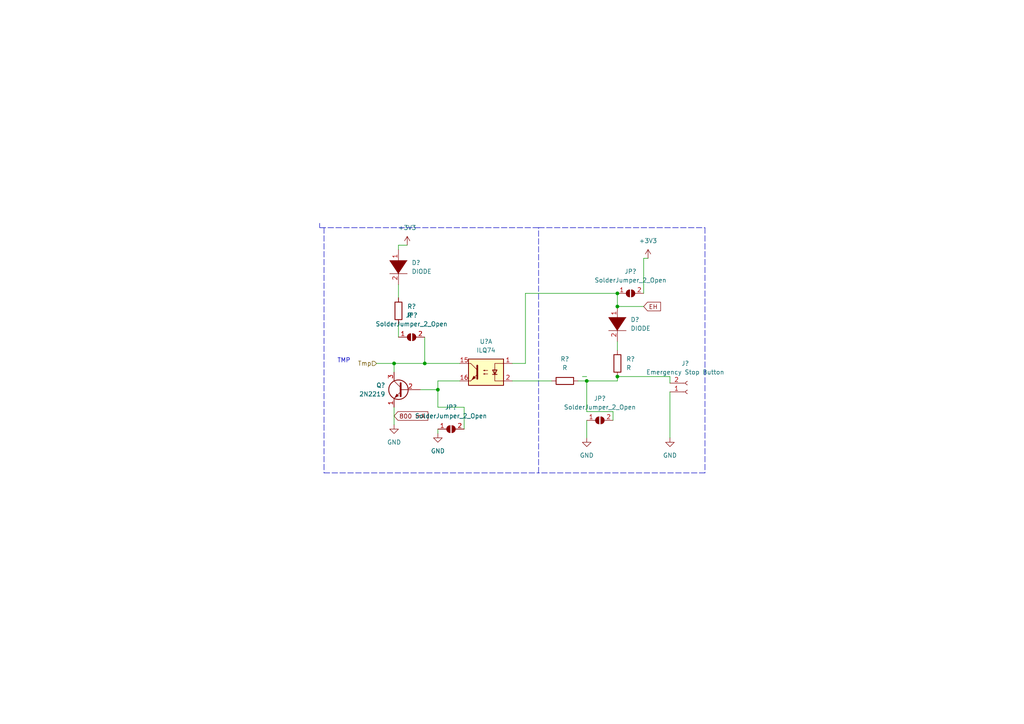
<source format=kicad_sch>
(kicad_sch (version 20211123) (generator eeschema)

  (uuid 30e2c249-6ff2-48b0-83e6-282a7023fcba)

  (paper "A4")

  (lib_symbols
    (symbol "Connector:Conn_01x02_Female" (pin_names (offset 1.016) hide) (in_bom yes) (on_board yes)
      (property "Reference" "J" (id 0) (at 0 2.54 0)
        (effects (font (size 1.27 1.27)))
      )
      (property "Value" "Conn_01x02_Female" (id 1) (at 0 -5.08 0)
        (effects (font (size 1.27 1.27)))
      )
      (property "Footprint" "" (id 2) (at 0 0 0)
        (effects (font (size 1.27 1.27)) hide)
      )
      (property "Datasheet" "~" (id 3) (at 0 0 0)
        (effects (font (size 1.27 1.27)) hide)
      )
      (property "ki_keywords" "connector" (id 4) (at 0 0 0)
        (effects (font (size 1.27 1.27)) hide)
      )
      (property "ki_description" "Generic connector, single row, 01x02, script generated (kicad-library-utils/schlib/autogen/connector/)" (id 5) (at 0 0 0)
        (effects (font (size 1.27 1.27)) hide)
      )
      (property "ki_fp_filters" "Connector*:*_1x??_*" (id 6) (at 0 0 0)
        (effects (font (size 1.27 1.27)) hide)
      )
      (symbol "Conn_01x02_Female_1_1"
        (arc (start 0 -2.032) (mid -0.508 -2.54) (end 0 -3.048)
          (stroke (width 0.1524) (type default) (color 0 0 0 0))
          (fill (type none))
        )
        (polyline
          (pts
            (xy -1.27 -2.54)
            (xy -0.508 -2.54)
          )
          (stroke (width 0.1524) (type default) (color 0 0 0 0))
          (fill (type none))
        )
        (polyline
          (pts
            (xy -1.27 0)
            (xy -0.508 0)
          )
          (stroke (width 0.1524) (type default) (color 0 0 0 0))
          (fill (type none))
        )
        (arc (start 0 0.508) (mid -0.508 0) (end 0 -0.508)
          (stroke (width 0.1524) (type default) (color 0 0 0 0))
          (fill (type none))
        )
        (pin passive line (at -5.08 0 0) (length 3.81)
          (name "Pin_1" (effects (font (size 1.27 1.27))))
          (number "1" (effects (font (size 1.27 1.27))))
        )
        (pin passive line (at -5.08 -2.54 0) (length 3.81)
          (name "Pin_2" (effects (font (size 1.27 1.27))))
          (number "2" (effects (font (size 1.27 1.27))))
        )
      )
    )
    (symbol "Device:R" (pin_numbers hide) (pin_names (offset 0)) (in_bom yes) (on_board yes)
      (property "Reference" "R" (id 0) (at 2.032 0 90)
        (effects (font (size 1.27 1.27)))
      )
      (property "Value" "R" (id 1) (at 0 0 90)
        (effects (font (size 1.27 1.27)))
      )
      (property "Footprint" "" (id 2) (at -1.778 0 90)
        (effects (font (size 1.27 1.27)) hide)
      )
      (property "Datasheet" "~" (id 3) (at 0 0 0)
        (effects (font (size 1.27 1.27)) hide)
      )
      (property "ki_keywords" "R res resistor" (id 4) (at 0 0 0)
        (effects (font (size 1.27 1.27)) hide)
      )
      (property "ki_description" "Resistor" (id 5) (at 0 0 0)
        (effects (font (size 1.27 1.27)) hide)
      )
      (property "ki_fp_filters" "R_*" (id 6) (at 0 0 0)
        (effects (font (size 1.27 1.27)) hide)
      )
      (symbol "R_0_1"
        (rectangle (start -1.016 -2.54) (end 1.016 2.54)
          (stroke (width 0.254) (type default) (color 0 0 0 0))
          (fill (type none))
        )
      )
      (symbol "R_1_1"
        (pin passive line (at 0 3.81 270) (length 1.27)
          (name "~" (effects (font (size 1.27 1.27))))
          (number "1" (effects (font (size 1.27 1.27))))
        )
        (pin passive line (at 0 -3.81 90) (length 1.27)
          (name "~" (effects (font (size 1.27 1.27))))
          (number "2" (effects (font (size 1.27 1.27))))
        )
      )
    )
    (symbol "Isolator:ILQ74" (pin_names (offset 1.016)) (in_bom yes) (on_board yes)
      (property "Reference" "U" (id 0) (at -5.08 5.08 0)
        (effects (font (size 1.27 1.27)) (justify left))
      )
      (property "Value" "ILQ74" (id 1) (at 0 5.08 0)
        (effects (font (size 1.27 1.27)) (justify left))
      )
      (property "Footprint" "" (id 2) (at -5.08 -5.08 0)
        (effects (font (size 1.27 1.27) italic) (justify left) hide)
      )
      (property "Datasheet" "https://www.vishay.com/docs/83640/ild74.pdf" (id 3) (at 0 0 0)
        (effects (font (size 1.27 1.27)) (justify left) hide)
      )
      (property "ki_keywords" "NPN DC Dual Optocoupler" (id 4) (at 0 0 0)
        (effects (font (size 1.27 1.27)) hide)
      )
      (property "ki_description" "Quad Optocoupler, NPN Phototransistor Output, TTL compatible, DIP16/SMD16" (id 5) (at 0 0 0)
        (effects (font (size 1.27 1.27)) hide)
      )
      (property "ki_fp_filters" "DIP*W7.62mm* DIP*W10.16mm* SMDIP*W9.53mm*Clearance8mm*" (id 6) (at 0 0 0)
        (effects (font (size 1.27 1.27)) hide)
      )
      (symbol "ILQ74_0_1"
        (rectangle (start -5.08 3.81) (end 5.08 -3.81)
          (stroke (width 0.254) (type default) (color 0 0 0 0))
          (fill (type background))
        )
        (polyline
          (pts
            (xy -3.175 -0.635)
            (xy -1.905 -0.635)
          )
          (stroke (width 0.254) (type default) (color 0 0 0 0))
          (fill (type none))
        )
        (polyline
          (pts
            (xy 2.54 0.635)
            (xy 4.445 2.54)
          )
          (stroke (width 0) (type default) (color 0 0 0 0))
          (fill (type none))
        )
        (polyline
          (pts
            (xy 4.445 -2.54)
            (xy 2.54 -0.635)
          )
          (stroke (width 0) (type default) (color 0 0 0 0))
          (fill (type outline))
        )
        (polyline
          (pts
            (xy 4.445 -2.54)
            (xy 5.08 -2.54)
          )
          (stroke (width 0) (type default) (color 0 0 0 0))
          (fill (type none))
        )
        (polyline
          (pts
            (xy 4.445 2.54)
            (xy 5.08 2.54)
          )
          (stroke (width 0) (type default) (color 0 0 0 0))
          (fill (type none))
        )
        (polyline
          (pts
            (xy -5.08 2.54)
            (xy -2.54 2.54)
            (xy -2.54 0.635)
          )
          (stroke (width 0) (type default) (color 0 0 0 0))
          (fill (type none))
        )
        (polyline
          (pts
            (xy 2.54 1.905)
            (xy 2.54 -1.905)
            (xy 2.54 -1.905)
          )
          (stroke (width 0.508) (type default) (color 0 0 0 0))
          (fill (type none))
        )
        (polyline
          (pts
            (xy -2.54 -0.635)
            (xy -3.175 0.635)
            (xy -1.905 0.635)
            (xy -2.54 -0.635)
          )
          (stroke (width 0.254) (type default) (color 0 0 0 0))
          (fill (type none))
        )
        (polyline
          (pts
            (xy -2.54 -0.635)
            (xy -2.54 1.27)
            (xy -2.54 -2.54)
            (xy -5.08 -2.54)
          )
          (stroke (width 0) (type default) (color 0 0 0 0))
          (fill (type none))
        )
        (polyline
          (pts
            (xy -0.508 -0.508)
            (xy 0.762 -0.508)
            (xy 0.381 -0.635)
            (xy 0.381 -0.381)
            (xy 0.762 -0.508)
          )
          (stroke (width 0) (type default) (color 0 0 0 0))
          (fill (type none))
        )
        (polyline
          (pts
            (xy -0.508 0.508)
            (xy 0.762 0.508)
            (xy 0.381 0.381)
            (xy 0.381 0.635)
            (xy 0.762 0.508)
          )
          (stroke (width 0) (type default) (color 0 0 0 0))
          (fill (type none))
        )
        (polyline
          (pts
            (xy 3.048 -1.651)
            (xy 3.556 -1.143)
            (xy 4.064 -2.159)
            (xy 3.048 -1.651)
            (xy 3.048 -1.651)
          )
          (stroke (width 0) (type default) (color 0 0 0 0))
          (fill (type outline))
        )
      )
      (symbol "ILQ74_1_1"
        (pin passive line (at -7.62 2.54 0) (length 2.54)
          (name "~" (effects (font (size 1.27 1.27))))
          (number "1" (effects (font (size 1.27 1.27))))
        )
        (pin passive line (at 7.62 2.54 180) (length 2.54)
          (name "~" (effects (font (size 1.27 1.27))))
          (number "15" (effects (font (size 1.27 1.27))))
        )
        (pin passive line (at 7.62 -2.54 180) (length 2.54)
          (name "~" (effects (font (size 1.27 1.27))))
          (number "16" (effects (font (size 1.27 1.27))))
        )
        (pin passive line (at -7.62 -2.54 0) (length 2.54)
          (name "~" (effects (font (size 1.27 1.27))))
          (number "2" (effects (font (size 1.27 1.27))))
        )
      )
      (symbol "ILQ74_2_1"
        (pin passive line (at 7.62 -2.54 180) (length 2.54)
          (name "~" (effects (font (size 1.27 1.27))))
          (number "13" (effects (font (size 1.27 1.27))))
        )
        (pin passive line (at 7.62 2.54 180) (length 2.54)
          (name "~" (effects (font (size 1.27 1.27))))
          (number "14" (effects (font (size 1.27 1.27))))
        )
        (pin passive line (at -7.62 -2.54 0) (length 2.54)
          (name "~" (effects (font (size 1.27 1.27))))
          (number "3" (effects (font (size 1.27 1.27))))
        )
        (pin passive line (at -7.62 2.54 0) (length 2.54)
          (name "~" (effects (font (size 1.27 1.27))))
          (number "4" (effects (font (size 1.27 1.27))))
        )
      )
      (symbol "ILQ74_3_1"
        (pin passive line (at 7.62 2.54 180) (length 2.54)
          (name "~" (effects (font (size 1.27 1.27))))
          (number "11" (effects (font (size 1.27 1.27))))
        )
        (pin passive line (at 7.62 -2.54 180) (length 2.54)
          (name "~" (effects (font (size 1.27 1.27))))
          (number "12" (effects (font (size 1.27 1.27))))
        )
        (pin passive line (at -7.62 2.54 0) (length 2.54)
          (name "~" (effects (font (size 1.27 1.27))))
          (number "5" (effects (font (size 1.27 1.27))))
        )
        (pin passive line (at -7.62 -2.54 0) (length 2.54)
          (name "~" (effects (font (size 1.27 1.27))))
          (number "6" (effects (font (size 1.27 1.27))))
        )
      )
      (symbol "ILQ74_4_1"
        (pin passive line (at 7.62 2.54 180) (length 2.54)
          (name "~" (effects (font (size 1.27 1.27))))
          (number "10" (effects (font (size 1.27 1.27))))
        )
        (pin passive line (at -7.62 -2.54 0) (length 2.54)
          (name "~" (effects (font (size 1.27 1.27))))
          (number "7" (effects (font (size 1.27 1.27))))
        )
        (pin passive line (at -7.62 2.54 0) (length 2.54)
          (name "~" (effects (font (size 1.27 1.27))))
          (number "8" (effects (font (size 1.27 1.27))))
        )
        (pin passive line (at 7.62 -2.54 180) (length 2.54)
          (name "~" (effects (font (size 1.27 1.27))))
          (number "9" (effects (font (size 1.27 1.27))))
        )
      )
    )
    (symbol "Jumper:SolderJumper_2_Open" (pin_names (offset 0) hide) (in_bom yes) (on_board yes)
      (property "Reference" "JP" (id 0) (at 0 2.032 0)
        (effects (font (size 1.27 1.27)))
      )
      (property "Value" "SolderJumper_2_Open" (id 1) (at 0 -2.54 0)
        (effects (font (size 1.27 1.27)))
      )
      (property "Footprint" "" (id 2) (at 0 0 0)
        (effects (font (size 1.27 1.27)) hide)
      )
      (property "Datasheet" "~" (id 3) (at 0 0 0)
        (effects (font (size 1.27 1.27)) hide)
      )
      (property "ki_keywords" "solder jumper SPST" (id 4) (at 0 0 0)
        (effects (font (size 1.27 1.27)) hide)
      )
      (property "ki_description" "Solder Jumper, 2-pole, open" (id 5) (at 0 0 0)
        (effects (font (size 1.27 1.27)) hide)
      )
      (property "ki_fp_filters" "SolderJumper*Open*" (id 6) (at 0 0 0)
        (effects (font (size 1.27 1.27)) hide)
      )
      (symbol "SolderJumper_2_Open_0_1"
        (arc (start -0.254 1.016) (mid -1.27 0) (end -0.254 -1.016)
          (stroke (width 0) (type default) (color 0 0 0 0))
          (fill (type none))
        )
        (arc (start -0.254 1.016) (mid -1.27 0) (end -0.254 -1.016)
          (stroke (width 0) (type default) (color 0 0 0 0))
          (fill (type outline))
        )
        (polyline
          (pts
            (xy -0.254 1.016)
            (xy -0.254 -1.016)
          )
          (stroke (width 0) (type default) (color 0 0 0 0))
          (fill (type none))
        )
        (polyline
          (pts
            (xy 0.254 1.016)
            (xy 0.254 -1.016)
          )
          (stroke (width 0) (type default) (color 0 0 0 0))
          (fill (type none))
        )
        (arc (start 0.254 -1.016) (mid 1.27 0) (end 0.254 1.016)
          (stroke (width 0) (type default) (color 0 0 0 0))
          (fill (type none))
        )
        (arc (start 0.254 -1.016) (mid 1.27 0) (end 0.254 1.016)
          (stroke (width 0) (type default) (color 0 0 0 0))
          (fill (type outline))
        )
      )
      (symbol "SolderJumper_2_Open_1_1"
        (pin passive line (at -3.81 0 0) (length 2.54)
          (name "A" (effects (font (size 1.27 1.27))))
          (number "1" (effects (font (size 1.27 1.27))))
        )
        (pin passive line (at 3.81 0 180) (length 2.54)
          (name "B" (effects (font (size 1.27 1.27))))
          (number "2" (effects (font (size 1.27 1.27))))
        )
      )
    )
    (symbol "Transistor_BJT:2N2219" (pin_names (offset 0) hide) (in_bom yes) (on_board yes)
      (property "Reference" "Q" (id 0) (at 5.08 1.905 0)
        (effects (font (size 1.27 1.27)) (justify left))
      )
      (property "Value" "2N2219" (id 1) (at 5.08 0 0)
        (effects (font (size 1.27 1.27)) (justify left))
      )
      (property "Footprint" "Package_TO_SOT_THT:TO-39-3" (id 2) (at 5.08 -1.905 0)
        (effects (font (size 1.27 1.27) italic) (justify left) hide)
      )
      (property "Datasheet" "http://www.onsemi.com/pub_link/Collateral/2N2219-D.PDF" (id 3) (at 0 0 0)
        (effects (font (size 1.27 1.27)) (justify left) hide)
      )
      (property "ki_keywords" "NPN Transistor" (id 4) (at 0 0 0)
        (effects (font (size 1.27 1.27)) hide)
      )
      (property "ki_description" "800mA Ic, 50V Vce, NPN Transistor, TO-39" (id 5) (at 0 0 0)
        (effects (font (size 1.27 1.27)) hide)
      )
      (property "ki_fp_filters" "TO?39*" (id 6) (at 0 0 0)
        (effects (font (size 1.27 1.27)) hide)
      )
      (symbol "2N2219_0_1"
        (polyline
          (pts
            (xy 0.635 0.635)
            (xy 2.54 2.54)
          )
          (stroke (width 0) (type default) (color 0 0 0 0))
          (fill (type none))
        )
        (polyline
          (pts
            (xy 0.635 -0.635)
            (xy 2.54 -2.54)
            (xy 2.54 -2.54)
          )
          (stroke (width 0) (type default) (color 0 0 0 0))
          (fill (type none))
        )
        (polyline
          (pts
            (xy 0.635 1.905)
            (xy 0.635 -1.905)
            (xy 0.635 -1.905)
          )
          (stroke (width 0.508) (type default) (color 0 0 0 0))
          (fill (type none))
        )
        (polyline
          (pts
            (xy 1.27 -1.778)
            (xy 1.778 -1.27)
            (xy 2.286 -2.286)
            (xy 1.27 -1.778)
            (xy 1.27 -1.778)
          )
          (stroke (width 0) (type default) (color 0 0 0 0))
          (fill (type outline))
        )
        (circle (center 1.27 0) (radius 2.8194)
          (stroke (width 0.254) (type default) (color 0 0 0 0))
          (fill (type none))
        )
      )
      (symbol "2N2219_1_1"
        (pin passive line (at 2.54 -5.08 90) (length 2.54)
          (name "E" (effects (font (size 1.27 1.27))))
          (number "1" (effects (font (size 1.27 1.27))))
        )
        (pin passive line (at -5.08 0 0) (length 5.715)
          (name "B" (effects (font (size 1.27 1.27))))
          (number "2" (effects (font (size 1.27 1.27))))
        )
        (pin passive line (at 2.54 5.08 270) (length 2.54)
          (name "C" (effects (font (size 1.27 1.27))))
          (number "3" (effects (font (size 1.27 1.27))))
        )
      )
    )
    (symbol "power:+3.3V" (power) (pin_names (offset 0)) (in_bom yes) (on_board yes)
      (property "Reference" "#PWR" (id 0) (at 0 -3.81 0)
        (effects (font (size 1.27 1.27)) hide)
      )
      (property "Value" "+3.3V" (id 1) (at 0 3.556 0)
        (effects (font (size 1.27 1.27)))
      )
      (property "Footprint" "" (id 2) (at 0 0 0)
        (effects (font (size 1.27 1.27)) hide)
      )
      (property "Datasheet" "" (id 3) (at 0 0 0)
        (effects (font (size 1.27 1.27)) hide)
      )
      (property "ki_keywords" "power-flag" (id 4) (at 0 0 0)
        (effects (font (size 1.27 1.27)) hide)
      )
      (property "ki_description" "Power symbol creates a global label with name \"+3.3V\"" (id 5) (at 0 0 0)
        (effects (font (size 1.27 1.27)) hide)
      )
      (symbol "+3.3V_0_1"
        (polyline
          (pts
            (xy -0.762 1.27)
            (xy 0 2.54)
          )
          (stroke (width 0) (type default) (color 0 0 0 0))
          (fill (type none))
        )
        (polyline
          (pts
            (xy 0 0)
            (xy 0 2.54)
          )
          (stroke (width 0) (type default) (color 0 0 0 0))
          (fill (type none))
        )
        (polyline
          (pts
            (xy 0 2.54)
            (xy 0.762 1.27)
          )
          (stroke (width 0) (type default) (color 0 0 0 0))
          (fill (type none))
        )
      )
      (symbol "+3.3V_1_1"
        (pin power_in line (at 0 0 90) (length 0) hide
          (name "+3V3" (effects (font (size 1.27 1.27))))
          (number "1" (effects (font (size 1.27 1.27))))
        )
      )
    )
    (symbol "power:GND" (power) (pin_names (offset 0)) (in_bom yes) (on_board yes)
      (property "Reference" "#PWR" (id 0) (at 0 -6.35 0)
        (effects (font (size 1.27 1.27)) hide)
      )
      (property "Value" "GND" (id 1) (at 0 -3.81 0)
        (effects (font (size 1.27 1.27)))
      )
      (property "Footprint" "" (id 2) (at 0 0 0)
        (effects (font (size 1.27 1.27)) hide)
      )
      (property "Datasheet" "" (id 3) (at 0 0 0)
        (effects (font (size 1.27 1.27)) hide)
      )
      (property "ki_keywords" "power-flag" (id 4) (at 0 0 0)
        (effects (font (size 1.27 1.27)) hide)
      )
      (property "ki_description" "Power symbol creates a global label with name \"GND\" , ground" (id 5) (at 0 0 0)
        (effects (font (size 1.27 1.27)) hide)
      )
      (symbol "GND_0_1"
        (polyline
          (pts
            (xy 0 0)
            (xy 0 -1.27)
            (xy 1.27 -1.27)
            (xy 0 -2.54)
            (xy -1.27 -1.27)
            (xy 0 -1.27)
          )
          (stroke (width 0) (type default) (color 0 0 0 0))
          (fill (type none))
        )
      )
      (symbol "GND_1_1"
        (pin power_in line (at 0 0 270) (length 0) hide
          (name "GND" (effects (font (size 1.27 1.27))))
          (number "1" (effects (font (size 1.27 1.27))))
        )
      )
    )
    (symbol "pspice:DIODE" (pin_names (offset 1.016) hide) (in_bom yes) (on_board yes)
      (property "Reference" "D" (id 0) (at 0 3.81 0)
        (effects (font (size 1.27 1.27)))
      )
      (property "Value" "DIODE" (id 1) (at 0 -4.445 0)
        (effects (font (size 1.27 1.27)))
      )
      (property "Footprint" "" (id 2) (at 0 0 0)
        (effects (font (size 1.27 1.27)) hide)
      )
      (property "Datasheet" "~" (id 3) (at 0 0 0)
        (effects (font (size 1.27 1.27)) hide)
      )
      (property "ki_keywords" "simulation" (id 4) (at 0 0 0)
        (effects (font (size 1.27 1.27)) hide)
      )
      (property "ki_description" "Diode symbol for simulation only. Pin order incompatible with official kicad footprints" (id 5) (at 0 0 0)
        (effects (font (size 1.27 1.27)) hide)
      )
      (symbol "DIODE_0_1"
        (polyline
          (pts
            (xy 1.905 2.54)
            (xy 1.905 -2.54)
          )
          (stroke (width 0) (type default) (color 0 0 0 0))
          (fill (type none))
        )
        (polyline
          (pts
            (xy -1.905 2.54)
            (xy -1.905 -2.54)
            (xy 1.905 0)
          )
          (stroke (width 0) (type default) (color 0 0 0 0))
          (fill (type outline))
        )
      )
      (symbol "DIODE_1_1"
        (pin input line (at -5.08 0 0) (length 3.81)
          (name "K" (effects (font (size 1.27 1.27))))
          (number "1" (effects (font (size 1.27 1.27))))
        )
        (pin input line (at 5.08 0 180) (length 3.81)
          (name "A" (effects (font (size 1.27 1.27))))
          (number "2" (effects (font (size 1.27 1.27))))
        )
      )
    )
  )

  (junction (at 179.07 88.9) (diameter 0) (color 0 0 0 0)
    (uuid 12070dd7-22d5-4015-8aa8-57012888a487)
  )
  (junction (at 123.19 105.41) (diameter 0) (color 0 0 0 0)
    (uuid 3c4bd567-c411-4f0b-a577-1324b99f0b40)
  )
  (junction (at 179.07 109.22) (diameter 0) (color 0 0 0 0)
    (uuid 54b9e3c7-0e13-4552-8fac-1d9a7deecaef)
  )
  (junction (at 179.07 85.09) (diameter 0) (color 0 0 0 0)
    (uuid a8ae0738-6224-4bcd-90f7-d5fcbd22d707)
  )
  (junction (at 170.18 110.49) (diameter 0) (color 0 0 0 0)
    (uuid b4791d66-89ff-4c6a-8a16-869a68fa9a7a)
  )
  (junction (at 114.3 105.41) (diameter 0) (color 0 0 0 0)
    (uuid b9da9a99-1543-431f-b8e0-a4cc30472c17)
  )
  (junction (at 127 113.03) (diameter 0) (color 0 0 0 0)
    (uuid f34adfb5-64c9-433d-94a2-64ab892704ed)
  )

  (wire (pts (xy 134.62 118.11) (xy 134.62 124.46))
    (stroke (width 0) (type default) (color 0 0 0 0))
    (uuid 06be379a-cd27-4e00-91ef-3cf12e546511)
  )
  (wire (pts (xy 177.8 119.38) (xy 170.18 119.38))
    (stroke (width 0) (type default) (color 0 0 0 0))
    (uuid 0774cd6e-de65-424a-a345-b8d85b72c3e7)
  )
  (wire (pts (xy 170.18 110.49) (xy 179.07 110.49))
    (stroke (width 0) (type default) (color 0 0 0 0))
    (uuid 0e98a580-0591-4a96-8452-da020e27a7d0)
  )
  (wire (pts (xy 170.18 110.49) (xy 170.18 119.38))
    (stroke (width 0) (type default) (color 0 0 0 0))
    (uuid 0fd8f294-89ca-4a2b-b10d-db07128dec82)
  )
  (wire (pts (xy 115.57 93.98) (xy 115.57 97.79))
    (stroke (width 0) (type default) (color 0 0 0 0))
    (uuid 11e14998-74e2-41ff-8b88-4d2bfdd8212e)
  )
  (wire (pts (xy 114.3 105.41) (xy 123.19 105.41))
    (stroke (width 0) (type default) (color 0 0 0 0))
    (uuid 128731b2-e61c-46d5-a652-a39527e808db)
  )
  (wire (pts (xy 114.3 105.41) (xy 114.3 107.95))
    (stroke (width 0) (type default) (color 0 0 0 0))
    (uuid 13749836-e475-4684-b843-06a0fc1180da)
  )
  (wire (pts (xy 121.92 113.03) (xy 127 113.03))
    (stroke (width 0) (type default) (color 0 0 0 0))
    (uuid 13bd4560-5e2f-4ef6-b215-8dbe662e96ba)
  )
  (wire (pts (xy 179.07 110.49) (xy 179.07 109.22))
    (stroke (width 0) (type default) (color 0 0 0 0))
    (uuid 281e54f8-f40a-43a4-8083-4c1498d5a32b)
  )
  (wire (pts (xy 115.57 71.12) (xy 118.11 71.12))
    (stroke (width 0) (type default) (color 0 0 0 0))
    (uuid 2852c8ca-bb3b-4be3-a326-7c6289a05d18)
  )
  (polyline (pts (xy 93.98 66.04) (xy 93.98 137.16))
    (stroke (width 0) (type default) (color 0 0 0 0))
    (uuid 2bedbef9-802b-451b-884e-55133fdbd21e)
  )

  (wire (pts (xy 179.07 88.9) (xy 186.69 88.9))
    (stroke (width 0) (type default) (color 0 0 0 0))
    (uuid 2c0319eb-b8ca-439e-82eb-8d51ac7c01da)
  )
  (polyline (pts (xy 204.47 66.04) (xy 204.47 137.16))
    (stroke (width 0) (type default) (color 0 0 0 0))
    (uuid 2db127a0-0c3a-4bd0-b3e8-eddac94c0165)
  )
  (polyline (pts (xy 93.98 137.16) (xy 156.21 137.16))
    (stroke (width 0) (type default) (color 0 0 0 0))
    (uuid 3077efa0-13b4-4f14-b0da-7e44b65280dc)
  )

  (wire (pts (xy 127 124.46) (xy 127 125.73))
    (stroke (width 0) (type default) (color 0 0 0 0))
    (uuid 315775fc-79eb-418b-931b-0e2af1a8f0c7)
  )
  (wire (pts (xy 148.59 110.49) (xy 160.02 110.49))
    (stroke (width 0) (type default) (color 0 0 0 0))
    (uuid 3bc6fc29-3745-44a5-a23c-89dec3ef0d64)
  )
  (wire (pts (xy 194.31 113.665) (xy 194.31 127))
    (stroke (width 0) (type default) (color 0 0 0 0))
    (uuid 458ee747-f743-47db-9679-a398ef429840)
  )
  (wire (pts (xy 115.57 72.39) (xy 115.57 71.12))
    (stroke (width 0) (type default) (color 0 0 0 0))
    (uuid 4acf1b61-6e7d-4214-b5c7-574d9fbd8b2a)
  )
  (polyline (pts (xy 156.21 66.04) (xy 92.71 66.04))
    (stroke (width 0) (type default) (color 0 0 0 0))
    (uuid 558c311e-6f4a-48a4-bb9d-7ee233a5a0a1)
  )

  (wire (pts (xy 177.8 121.92) (xy 177.8 119.38))
    (stroke (width 0) (type default) (color 0 0 0 0))
    (uuid 66ef36b7-ebb9-4670-b59c-57060788a4fd)
  )
  (wire (pts (xy 123.19 105.41) (xy 133.35 105.41))
    (stroke (width 0) (type default) (color 0 0 0 0))
    (uuid 6a18f397-bf84-47cc-8b77-0286391d7a21)
  )
  (wire (pts (xy 179.07 85.09) (xy 179.07 88.9))
    (stroke (width 0) (type default) (color 0 0 0 0))
    (uuid 78c8181c-c067-40cf-9d26-510a5a71c123)
  )
  (wire (pts (xy 179.07 99.06) (xy 179.07 101.6))
    (stroke (width 0) (type default) (color 0 0 0 0))
    (uuid 7d29368a-3f1d-49a8-ae48-04350efd2a91)
  )
  (wire (pts (xy 127 110.49) (xy 127 113.03))
    (stroke (width 0) (type default) (color 0 0 0 0))
    (uuid 7e4eaf69-437e-433a-8b06-18066099f3af)
  )
  (wire (pts (xy 127 113.03) (xy 127 118.11))
    (stroke (width 0) (type default) (color 0 0 0 0))
    (uuid 827a256a-e9d0-42c7-aefd-92485dc5705b)
  )
  (polyline (pts (xy 156.21 66.04) (xy 204.47 66.04))
    (stroke (width 0) (type default) (color 0 0 0 0))
    (uuid 86822b28-b928-43d9-bbe4-f07f35e1b397)
  )
  (polyline (pts (xy 204.47 137.16) (xy 156.21 137.16))
    (stroke (width 0) (type default) (color 0 0 0 0))
    (uuid 87eccf32-ea96-406e-9067-253803034354)
  )

  (wire (pts (xy 186.69 74.93) (xy 186.69 85.09))
    (stroke (width 0) (type default) (color 0 0 0 0))
    (uuid 894f8f8c-da8e-41a2-9fa8-03a62a811887)
  )
  (wire (pts (xy 109.22 105.41) (xy 114.3 105.41))
    (stroke (width 0) (type default) (color 0 0 0 0))
    (uuid 8a3884d0-8fef-46da-9558-2c6e2edd9dd8)
  )
  (wire (pts (xy 168.91 109.22) (xy 170.18 109.22))
    (stroke (width 0) (type default) (color 0 0 0 0))
    (uuid 923791f6-45df-4b12-8016-bb8cc3bb34b5)
  )
  (wire (pts (xy 148.59 105.41) (xy 152.4 105.41))
    (stroke (width 0) (type default) (color 0 0 0 0))
    (uuid 979be7cf-f7e8-4394-8b01-01719023c58b)
  )
  (wire (pts (xy 152.4 105.41) (xy 152.4 85.09))
    (stroke (width 0) (type default) (color 0 0 0 0))
    (uuid a9b392d3-5108-4af0-804d-238584fad237)
  )
  (wire (pts (xy 152.4 85.09) (xy 179.07 85.09))
    (stroke (width 0) (type default) (color 0 0 0 0))
    (uuid bdd83ef0-dfe5-423a-a6ae-6f3b4fe73ef7)
  )
  (wire (pts (xy 167.64 110.49) (xy 170.18 110.49))
    (stroke (width 0) (type default) (color 0 0 0 0))
    (uuid c894a068-afd4-42d1-a74b-cdfb94cc474f)
  )
  (wire (pts (xy 123.19 97.79) (xy 123.19 105.41))
    (stroke (width 0) (type default) (color 0 0 0 0))
    (uuid c9ca567f-4cb5-4627-9117-867aac2a597a)
  )
  (wire (pts (xy 115.57 82.55) (xy 115.57 86.36))
    (stroke (width 0) (type default) (color 0 0 0 0))
    (uuid ca1c1123-2927-481f-bc5c-96c34440e21d)
  )
  (wire (pts (xy 170.18 121.92) (xy 170.18 127))
    (stroke (width 0) (type default) (color 0 0 0 0))
    (uuid ca29a35b-a45b-4b28-986d-54b11bd2ca8e)
  )
  (polyline (pts (xy 92.71 66.04) (xy 92.71 64.77))
    (stroke (width 0) (type default) (color 0 0 0 0))
    (uuid ccc68427-49ca-41aa-9d02-1c750f183671)
  )

  (wire (pts (xy 186.69 74.93) (xy 187.96 74.93))
    (stroke (width 0) (type default) (color 0 0 0 0))
    (uuid e1d18e10-767e-4874-9735-5e19ec47010a)
  )
  (wire (pts (xy 133.35 110.49) (xy 127 110.49))
    (stroke (width 0) (type default) (color 0 0 0 0))
    (uuid eed87c03-4966-40cd-807b-6da9f05af8f5)
  )
  (wire (pts (xy 127 118.11) (xy 134.62 118.11))
    (stroke (width 0) (type default) (color 0 0 0 0))
    (uuid f08e69eb-d7d2-4f02-ac43-fe30d37d8e2f)
  )
  (wire (pts (xy 114.3 118.11) (xy 114.3 123.19))
    (stroke (width 0) (type default) (color 0 0 0 0))
    (uuid f25bf82c-c378-48a0-bfd0-98448ff13155)
  )
  (wire (pts (xy 194.31 109.22) (xy 194.31 111.125))
    (stroke (width 0) (type default) (color 0 0 0 0))
    (uuid f2ced652-5e47-41e2-a402-549b81939623)
  )
  (polyline (pts (xy 156.21 137.16) (xy 156.21 66.04))
    (stroke (width 0) (type default) (color 0 0 0 0))
    (uuid fb00fd3d-ca32-4e01-a38d-3bc0b383b3a0)
  )

  (wire (pts (xy 179.07 109.22) (xy 194.31 109.22))
    (stroke (width 0) (type default) (color 0 0 0 0))
    (uuid fe7d19ce-bb62-4790-9e55-f2045063d30f)
  )

  (text "TMP" (at 97.79 105.41 0)
    (effects (font (size 1.27 1.27)) (justify left bottom))
    (uuid be07d8fd-de9d-4ee0-bef7-62b2d8d9dfb8)
  )

  (global_label "800 mA" (shape input) (at 114.3 120.65 0) (fields_autoplaced)
    (effects (font (size 1.27 1.27)) (justify left))
    (uuid 1d819fbd-1f4c-4b95-97dc-bab2827d9148)
    (property "Intersheet References" "${INTERSHEET_REFS}" (id 0) (at 124.0912 120.5706 0)
      (effects (font (size 1.27 1.27)) (justify left) hide)
    )
  )
  (global_label "EH" (shape input) (at 186.69 88.9 0) (fields_autoplaced)
    (effects (font (size 1.27 1.27)) (justify left))
    (uuid 68af2c80-4a93-4aca-9c22-b669a3ad47e3)
    (property "Intersheet References" "${INTERSHEET_REFS}" (id 0) (at 191.5826 88.8206 0)
      (effects (font (size 1.27 1.27)) (justify left) hide)
    )
  )

  (hierarchical_label "Tmp" (shape input) (at 109.22 105.41 180)
    (effects (font (size 1.27 1.27)) (justify right))
    (uuid 7f0a8a4a-af72-4fbb-b56a-cead5f6c64a1)
  )

  (symbol (lib_id "Jumper:SolderJumper_2_Open") (at 130.81 124.46 0) (unit 1)
    (in_bom yes) (on_board yes) (fields_autoplaced)
    (uuid 045fefda-7a96-476f-a39e-b3d0ad4ed46a)
    (property "Reference" "JP?" (id 0) (at 130.81 118.11 0))
    (property "Value" "SolderJumper_2_Open" (id 1) (at 130.81 120.65 0))
    (property "Footprint" "" (id 2) (at 130.81 124.46 0)
      (effects (font (size 1.27 1.27)) hide)
    )
    (property "Datasheet" "~" (id 3) (at 130.81 124.46 0)
      (effects (font (size 1.27 1.27)) hide)
    )
    (pin "1" (uuid 1a9404bb-4eae-4e4d-9def-57f74232c237))
    (pin "2" (uuid 6795a98d-a222-4011-98b4-5031c4f94158))
  )

  (symbol (lib_id "Device:R") (at 163.83 110.49 90) (unit 1)
    (in_bom yes) (on_board yes) (fields_autoplaced)
    (uuid 09261baa-e217-4373-bcd5-239fbe63ddc8)
    (property "Reference" "R?" (id 0) (at 163.83 104.14 90))
    (property "Value" "R" (id 1) (at 163.83 106.68 90))
    (property "Footprint" "" (id 2) (at 163.83 112.268 90)
      (effects (font (size 1.27 1.27)) hide)
    )
    (property "Datasheet" "~" (id 3) (at 163.83 110.49 0)
      (effects (font (size 1.27 1.27)) hide)
    )
    (pin "1" (uuid bc1dba4a-9ec8-4e4a-a2fb-643f60fe5f4c))
    (pin "2" (uuid aa193330-b0dd-4827-b36e-eb6036b1ed4b))
  )

  (symbol (lib_id "power:+3.3V") (at 187.96 74.93 0) (unit 1)
    (in_bom yes) (on_board yes) (fields_autoplaced)
    (uuid 14a3704a-4316-47c5-95ae-9a4e3a70e94d)
    (property "Reference" "#PWR?" (id 0) (at 187.96 78.74 0)
      (effects (font (size 1.27 1.27)) hide)
    )
    (property "Value" "+3.3V" (id 1) (at 187.96 69.85 0))
    (property "Footprint" "" (id 2) (at 187.96 74.93 0)
      (effects (font (size 1.27 1.27)) hide)
    )
    (property "Datasheet" "" (id 3) (at 187.96 74.93 0)
      (effects (font (size 1.27 1.27)) hide)
    )
    (pin "1" (uuid c1be5f6a-ccd5-4cba-924b-23761d9dd7d9))
  )

  (symbol (lib_id "pspice:DIODE") (at 179.07 93.98 270) (unit 1)
    (in_bom yes) (on_board yes) (fields_autoplaced)
    (uuid 31f0a72f-fa75-4e24-8375-9dcacc242d11)
    (property "Reference" "D?" (id 0) (at 182.88 92.7099 90)
      (effects (font (size 1.27 1.27)) (justify left))
    )
    (property "Value" "DIODE" (id 1) (at 182.88 95.2499 90)
      (effects (font (size 1.27 1.27)) (justify left))
    )
    (property "Footprint" "" (id 2) (at 179.07 93.98 0)
      (effects (font (size 1.27 1.27)) hide)
    )
    (property "Datasheet" "~" (id 3) (at 179.07 93.98 0)
      (effects (font (size 1.27 1.27)) hide)
    )
    (pin "1" (uuid 809e1dcb-331d-40ef-a045-184694c41bc3))
    (pin "2" (uuid 02666196-7626-48cb-9e90-70a25e583054))
  )

  (symbol (lib_id "power:GND") (at 127 125.73 0) (unit 1)
    (in_bom yes) (on_board yes) (fields_autoplaced)
    (uuid 4c0aadf8-5d9d-4a6d-86f0-8db3a21f9109)
    (property "Reference" "#PWR?" (id 0) (at 127 132.08 0)
      (effects (font (size 1.27 1.27)) hide)
    )
    (property "Value" "GND" (id 1) (at 127 130.81 0))
    (property "Footprint" "" (id 2) (at 127 125.73 0)
      (effects (font (size 1.27 1.27)) hide)
    )
    (property "Datasheet" "" (id 3) (at 127 125.73 0)
      (effects (font (size 1.27 1.27)) hide)
    )
    (pin "1" (uuid 6006c0c9-9f4f-4d1a-a81d-fc08c4823ae2))
  )

  (symbol (lib_id "Jumper:SolderJumper_2_Open") (at 119.38 97.79 0) (unit 1)
    (in_bom yes) (on_board yes) (fields_autoplaced)
    (uuid 5b8ab117-cddf-4db3-849b-adfbcf73d0cd)
    (property "Reference" "JP?" (id 0) (at 119.38 91.44 0))
    (property "Value" "SolderJumper_2_Open" (id 1) (at 119.38 93.98 0))
    (property "Footprint" "" (id 2) (at 119.38 97.79 0)
      (effects (font (size 1.27 1.27)) hide)
    )
    (property "Datasheet" "~" (id 3) (at 119.38 97.79 0)
      (effects (font (size 1.27 1.27)) hide)
    )
    (pin "1" (uuid 2932befd-2d9c-4e93-8f8d-cefec4be1343))
    (pin "2" (uuid 1151ea4c-ccf3-4536-9b75-50535378141c))
  )

  (symbol (lib_id "Transistor_BJT:2N2219") (at 116.84 113.03 0) (mirror y) (unit 1)
    (in_bom yes) (on_board yes) (fields_autoplaced)
    (uuid 61e278e0-41b2-4313-8fea-f337e4809dbd)
    (property "Reference" "Q?" (id 0) (at 111.76 111.7599 0)
      (effects (font (size 1.27 1.27)) (justify left))
    )
    (property "Value" "2N2219" (id 1) (at 111.76 114.2999 0)
      (effects (font (size 1.27 1.27)) (justify left))
    )
    (property "Footprint" "Package_TO_SOT_THT:TO-39-3" (id 2) (at 111.76 114.935 0)
      (effects (font (size 1.27 1.27) italic) (justify left) hide)
    )
    (property "Datasheet" "http://www.onsemi.com/pub_link/Collateral/2N2219-D.PDF" (id 3) (at 116.84 113.03 0)
      (effects (font (size 1.27 1.27)) (justify left) hide)
    )
    (pin "1" (uuid 97ab31f1-186f-49d6-aaec-5bbcf7c89bdf))
    (pin "2" (uuid 02cd6915-5f7c-402b-9e25-a2667fc9676a))
    (pin "3" (uuid 1fadcc91-156c-4b82-af48-1196f737371f))
  )

  (symbol (lib_id "pspice:DIODE") (at 115.57 77.47 270) (unit 1)
    (in_bom yes) (on_board yes) (fields_autoplaced)
    (uuid 6e6f6d0e-0fc6-4a68-9aaf-981efda67c9d)
    (property "Reference" "D?" (id 0) (at 119.38 76.1999 90)
      (effects (font (size 1.27 1.27)) (justify left))
    )
    (property "Value" "DIODE" (id 1) (at 119.38 78.7399 90)
      (effects (font (size 1.27 1.27)) (justify left))
    )
    (property "Footprint" "" (id 2) (at 115.57 77.47 0)
      (effects (font (size 1.27 1.27)) hide)
    )
    (property "Datasheet" "~" (id 3) (at 115.57 77.47 0)
      (effects (font (size 1.27 1.27)) hide)
    )
    (pin "1" (uuid 08c739ba-6dca-44a3-9c19-8948c57b197d))
    (pin "2" (uuid 158e6c56-fae3-4b7b-a250-a457ea0359f7))
  )

  (symbol (lib_id "power:GND") (at 114.3 123.19 0) (unit 1)
    (in_bom yes) (on_board yes) (fields_autoplaced)
    (uuid 74c1f52b-638c-4dd7-b062-0fb3733d14b9)
    (property "Reference" "#PWR?" (id 0) (at 114.3 129.54 0)
      (effects (font (size 1.27 1.27)) hide)
    )
    (property "Value" "GND" (id 1) (at 114.3 128.27 0))
    (property "Footprint" "" (id 2) (at 114.3 123.19 0)
      (effects (font (size 1.27 1.27)) hide)
    )
    (property "Datasheet" "" (id 3) (at 114.3 123.19 0)
      (effects (font (size 1.27 1.27)) hide)
    )
    (pin "1" (uuid 9fdbfc35-8da1-4e7a-b39f-b8df6c2a80b9))
  )

  (symbol (lib_id "Connector:Conn_01x02_Female") (at 199.39 113.665 0) (mirror x) (unit 1)
    (in_bom yes) (on_board yes) (fields_autoplaced)
    (uuid 8ce22153-e26d-44b4-b0e5-e995d8741c72)
    (property "Reference" "J?" (id 0) (at 198.755 105.41 0))
    (property "Value" "Emergency Stop Button" (id 1) (at 198.755 107.95 0))
    (property "Footprint" "" (id 2) (at 199.39 113.665 0)
      (effects (font (size 1.27 1.27)) hide)
    )
    (property "Datasheet" "~" (id 3) (at 199.39 113.665 0)
      (effects (font (size 1.27 1.27)) hide)
    )
    (pin "1" (uuid 14271bec-156e-4b52-ac83-1a257cc727e1))
    (pin "2" (uuid 4b4757d0-67f7-4302-b55e-bafc62ff1911))
  )

  (symbol (lib_id "Device:R") (at 179.07 105.41 180) (unit 1)
    (in_bom yes) (on_board yes) (fields_autoplaced)
    (uuid 971bdbf7-05a4-4d2c-8c05-ab5814ca0df0)
    (property "Reference" "R?" (id 0) (at 181.61 104.1399 0)
      (effects (font (size 1.27 1.27)) (justify right))
    )
    (property "Value" "R" (id 1) (at 181.61 106.6799 0)
      (effects (font (size 1.27 1.27)) (justify right))
    )
    (property "Footprint" "" (id 2) (at 180.848 105.41 90)
      (effects (font (size 1.27 1.27)) hide)
    )
    (property "Datasheet" "~" (id 3) (at 179.07 105.41 0)
      (effects (font (size 1.27 1.27)) hide)
    )
    (pin "1" (uuid d7b83a62-5e8a-4cee-9b0f-8da7be2862b4))
    (pin "2" (uuid b35f64b8-2cac-46ee-8f64-8e4ae62d16eb))
  )

  (symbol (lib_id "Jumper:SolderJumper_2_Open") (at 182.88 85.09 0) (unit 1)
    (in_bom yes) (on_board yes)
    (uuid cb4da659-287b-4e78-9f05-51874478d10e)
    (property "Reference" "JP?" (id 0) (at 182.88 78.74 0))
    (property "Value" "SolderJumper_2_Open" (id 1) (at 182.88 81.28 0))
    (property "Footprint" "" (id 2) (at 182.88 85.09 0)
      (effects (font (size 1.27 1.27)) hide)
    )
    (property "Datasheet" "~" (id 3) (at 182.88 85.09 0)
      (effects (font (size 1.27 1.27)) hide)
    )
    (pin "1" (uuid f4c1edcf-cd75-4f20-80c0-0fd30057894e))
    (pin "2" (uuid 12d2cfd3-4026-4089-b6be-3ebc95ce312a))
  )

  (symbol (lib_id "Device:R") (at 115.57 90.17 0) (unit 1)
    (in_bom yes) (on_board yes) (fields_autoplaced)
    (uuid cb4fbcbf-ab8e-43c6-ba0b-5721e74dc270)
    (property "Reference" "R?" (id 0) (at 118.11 88.8999 0)
      (effects (font (size 1.27 1.27)) (justify left))
    )
    (property "Value" "R" (id 1) (at 118.11 91.4399 0)
      (effects (font (size 1.27 1.27)) (justify left))
    )
    (property "Footprint" "" (id 2) (at 113.792 90.17 90)
      (effects (font (size 1.27 1.27)) hide)
    )
    (property "Datasheet" "~" (id 3) (at 115.57 90.17 0)
      (effects (font (size 1.27 1.27)) hide)
    )
    (pin "1" (uuid ef404176-1b47-4202-9ba7-e18b3615f3eb))
    (pin "2" (uuid b2207d32-8a8a-43cb-ad53-c71d23fc053f))
  )

  (symbol (lib_id "Jumper:SolderJumper_2_Open") (at 173.99 121.92 0) (unit 1)
    (in_bom yes) (on_board yes) (fields_autoplaced)
    (uuid d10efc41-7fb4-44dc-a755-855ef109e202)
    (property "Reference" "JP?" (id 0) (at 173.99 115.57 0))
    (property "Value" "SolderJumper_2_Open" (id 1) (at 173.99 118.11 0))
    (property "Footprint" "" (id 2) (at 173.99 121.92 0)
      (effects (font (size 1.27 1.27)) hide)
    )
    (property "Datasheet" "~" (id 3) (at 173.99 121.92 0)
      (effects (font (size 1.27 1.27)) hide)
    )
    (pin "1" (uuid 406bdf64-e39e-4bda-9e0e-d4cae2dba7b8))
    (pin "2" (uuid 5488d931-a712-48d4-8572-92aa775f6b38))
  )

  (symbol (lib_id "power:GND") (at 194.31 127 0) (unit 1)
    (in_bom yes) (on_board yes) (fields_autoplaced)
    (uuid d867e026-3f11-4fe1-ba38-25548c64a312)
    (property "Reference" "#PWR?" (id 0) (at 194.31 133.35 0)
      (effects (font (size 1.27 1.27)) hide)
    )
    (property "Value" "GND" (id 1) (at 194.31 132.08 0))
    (property "Footprint" "" (id 2) (at 194.31 127 0)
      (effects (font (size 1.27 1.27)) hide)
    )
    (property "Datasheet" "" (id 3) (at 194.31 127 0)
      (effects (font (size 1.27 1.27)) hide)
    )
    (pin "1" (uuid a9da9bab-9e7d-4e60-8a2c-54dade0e54ec))
  )

  (symbol (lib_id "power:+3.3V") (at 118.11 71.12 0) (unit 1)
    (in_bom yes) (on_board yes) (fields_autoplaced)
    (uuid dade17e8-5c7c-498f-a902-6d0170e78e7a)
    (property "Reference" "#PWR?" (id 0) (at 118.11 74.93 0)
      (effects (font (size 1.27 1.27)) hide)
    )
    (property "Value" "+3.3V" (id 1) (at 118.11 66.04 0))
    (property "Footprint" "" (id 2) (at 118.11 71.12 0)
      (effects (font (size 1.27 1.27)) hide)
    )
    (property "Datasheet" "" (id 3) (at 118.11 71.12 0)
      (effects (font (size 1.27 1.27)) hide)
    )
    (pin "1" (uuid 16a04d72-3e2b-49d3-a6bb-8f377b4c1c2c))
  )

  (symbol (lib_id "Isolator:ILQ74") (at 140.97 107.95 0) (mirror y) (unit 1)
    (in_bom yes) (on_board yes) (fields_autoplaced)
    (uuid e51bd11c-dce0-4f44-a3a0-7d5f36d98b5c)
    (property "Reference" "U?" (id 0) (at 140.97 99.06 0))
    (property "Value" "ILQ74" (id 1) (at 140.97 101.6 0))
    (property "Footprint" "" (id 2) (at 146.05 113.03 0)
      (effects (font (size 1.27 1.27) italic) (justify left) hide)
    )
    (property "Datasheet" "https://www.vishay.com/docs/83640/ild74.pdf" (id 3) (at 140.97 107.95 0)
      (effects (font (size 1.27 1.27)) (justify left) hide)
    )
    (pin "1" (uuid e75b91aa-0b59-42b9-8e5a-558c232b5940))
    (pin "15" (uuid bc4cba36-e143-4428-b2be-29efb6b759a3))
    (pin "16" (uuid 8e30f2ec-8e06-46f0-b9e4-a8c7af1c98a8))
    (pin "2" (uuid a89c855e-8330-4626-8ac8-c4d59dd98eff))
    (pin "13" (uuid 2cd692b6-418a-4a0a-93ce-1f88bddc159f))
    (pin "14" (uuid 382f9dd6-1e70-4e97-83dd-702b85e0bc2f))
    (pin "3" (uuid c8997578-07df-4e87-becf-fa90d6f8718c))
    (pin "4" (uuid 41b8ede4-4766-45b6-867f-7dc9fa7a35c5))
    (pin "11" (uuid e2bd16ea-d105-4e4f-8059-bc37fe4dff39))
    (pin "12" (uuid 3e58c7d4-16b0-4a60-a1ba-481f092c4935))
    (pin "5" (uuid 39615247-e83a-49ef-b929-36db493d1dcb))
    (pin "6" (uuid c11bdbee-1850-4f11-98a3-62881aa41af0))
    (pin "10" (uuid 4115042f-bb33-4a7c-9d8a-a0a889d4158c))
    (pin "7" (uuid e11e770a-fbbf-42cf-9aae-8bb587fc1459))
    (pin "8" (uuid dc504f36-7f88-48e5-aa06-c537bc394edc))
    (pin "9" (uuid dc8a8581-5cfa-42dd-abc9-21494c4694de))
  )

  (symbol (lib_id "power:GND") (at 170.18 127 0) (unit 1)
    (in_bom yes) (on_board yes) (fields_autoplaced)
    (uuid f3345bde-266f-4cd2-b343-5ba6a63a6088)
    (property "Reference" "#PWR?" (id 0) (at 170.18 133.35 0)
      (effects (font (size 1.27 1.27)) hide)
    )
    (property "Value" "GND" (id 1) (at 170.18 132.08 0))
    (property "Footprint" "" (id 2) (at 170.18 127 0)
      (effects (font (size 1.27 1.27)) hide)
    )
    (property "Datasheet" "" (id 3) (at 170.18 127 0)
      (effects (font (size 1.27 1.27)) hide)
    )
    (pin "1" (uuid 73c255b3-ad57-43bd-a30a-98b28cc21af6))
  )
)

</source>
